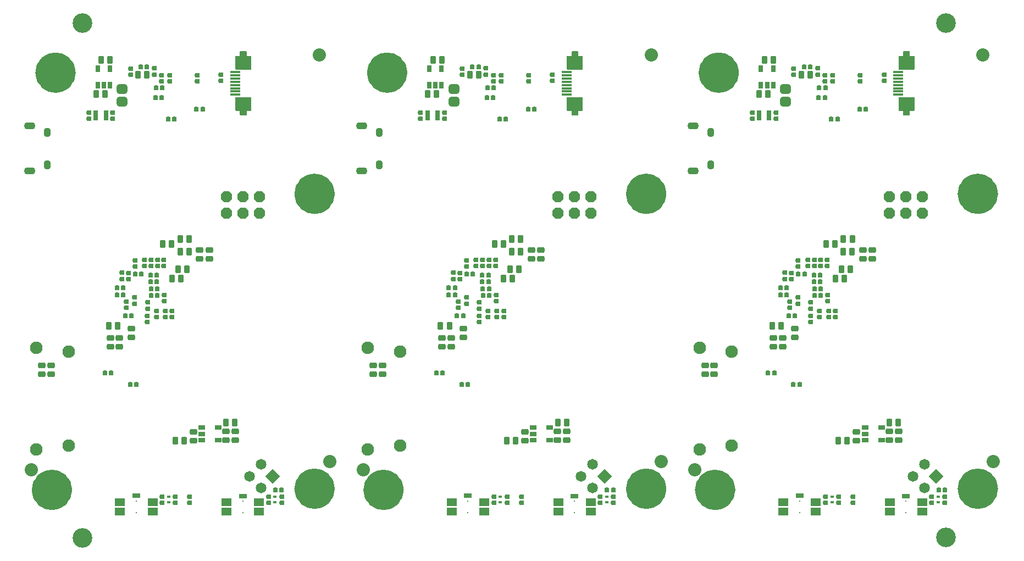
<source format=gbs>
G04 Layer_Color=16711935*
%FSLAX24Y24*%
%MOIN*%
G70*
G01*
G75*
%ADD136C,0.1220*%
G04:AMPARAMS|DCode=139|XSize=118.7mil|YSize=118.7mil|CornerRadius=59.4mil|HoleSize=0mil|Usage=FLASHONLY|Rotation=90.000|XOffset=0mil|YOffset=0mil|HoleType=Round|Shape=RoundedRectangle|*
%AMROUNDEDRECTD139*
21,1,0.1187,0.0000,0,0,90.0*
21,1,0.0000,0.1187,0,0,90.0*
1,1,0.1187,0.0000,0.0000*
1,1,0.1187,0.0000,0.0000*
1,1,0.1187,0.0000,0.0000*
1,1,0.1187,0.0000,0.0000*
%
%ADD139ROUNDEDRECTD139*%
G04:AMPARAMS|DCode=140|XSize=28mil|YSize=30mil|CornerRadius=7.4mil|HoleSize=0mil|Usage=FLASHONLY|Rotation=0.000|XOffset=0mil|YOffset=0mil|HoleType=Round|Shape=RoundedRectangle|*
%AMROUNDEDRECTD140*
21,1,0.0280,0.0152,0,0,0.0*
21,1,0.0132,0.0300,0,0,0.0*
1,1,0.0148,0.0066,-0.0076*
1,1,0.0148,-0.0066,-0.0076*
1,1,0.0148,-0.0066,0.0076*
1,1,0.0148,0.0066,0.0076*
%
%ADD140ROUNDEDRECTD140*%
G04:AMPARAMS|DCode=141|XSize=28mil|YSize=30mil|CornerRadius=7.4mil|HoleSize=0mil|Usage=FLASHONLY|Rotation=90.000|XOffset=0mil|YOffset=0mil|HoleType=Round|Shape=RoundedRectangle|*
%AMROUNDEDRECTD141*
21,1,0.0280,0.0152,0,0,90.0*
21,1,0.0132,0.0300,0,0,90.0*
1,1,0.0148,0.0076,0.0066*
1,1,0.0148,0.0076,-0.0066*
1,1,0.0148,-0.0076,-0.0066*
1,1,0.0148,-0.0076,0.0066*
%
%ADD141ROUNDEDRECTD141*%
G04:AMPARAMS|DCode=144|XSize=35.1mil|YSize=45.4mil|CornerRadius=8.8mil|HoleSize=0mil|Usage=FLASHONLY|Rotation=270.000|XOffset=0mil|YOffset=0mil|HoleType=Round|Shape=RoundedRectangle|*
%AMROUNDEDRECTD144*
21,1,0.0351,0.0277,0,0,270.0*
21,1,0.0175,0.0454,0,0,270.0*
1,1,0.0177,-0.0139,-0.0087*
1,1,0.0177,-0.0139,0.0087*
1,1,0.0177,0.0139,0.0087*
1,1,0.0177,0.0139,-0.0087*
%
%ADD144ROUNDEDRECTD144*%
G04:AMPARAMS|DCode=145|XSize=58mil|YSize=66mil|CornerRadius=16mil|HoleSize=0mil|Usage=FLASHONLY|Rotation=270.000|XOffset=0mil|YOffset=0mil|HoleType=Round|Shape=RoundedRectangle|*
%AMROUNDEDRECTD145*
21,1,0.0580,0.0340,0,0,270.0*
21,1,0.0260,0.0660,0,0,270.0*
1,1,0.0320,-0.0170,-0.0130*
1,1,0.0320,-0.0170,0.0130*
1,1,0.0320,0.0170,0.0130*
1,1,0.0320,0.0170,-0.0130*
%
%ADD145ROUNDEDRECTD145*%
G04:AMPARAMS|DCode=165|XSize=35.1mil|YSize=45.4mil|CornerRadius=8.8mil|HoleSize=0mil|Usage=FLASHONLY|Rotation=180.000|XOffset=0mil|YOffset=0mil|HoleType=Round|Shape=RoundedRectangle|*
%AMROUNDEDRECTD165*
21,1,0.0351,0.0277,0,0,180.0*
21,1,0.0175,0.0454,0,0,180.0*
1,1,0.0177,-0.0087,0.0139*
1,1,0.0177,0.0087,0.0139*
1,1,0.0177,0.0087,-0.0139*
1,1,0.0177,-0.0087,-0.0139*
%
%ADD165ROUNDEDRECTD165*%
G04:AMPARAMS|DCode=171|XSize=80mil|YSize=80mil|CornerRadius=40mil|HoleSize=0mil|Usage=FLASHONLY|Rotation=90.000|XOffset=0mil|YOffset=0mil|HoleType=Round|Shape=RoundedRectangle|*
%AMROUNDEDRECTD171*
21,1,0.0800,0.0000,0,0,90.0*
21,1,0.0000,0.0800,0,0,90.0*
1,1,0.0800,0.0000,0.0000*
1,1,0.0800,0.0000,0.0000*
1,1,0.0800,0.0000,0.0000*
1,1,0.0800,0.0000,0.0000*
%
%ADD171ROUNDEDRECTD171*%
%ADD172R,0.0060X0.0060*%
%ADD173P,0.0736X8X202.5*%
G04:AMPARAMS|DCode=174|XSize=67mil|YSize=41mil|CornerRadius=17mil|HoleSize=0mil|Usage=FLASHONLY|Rotation=0.000|XOffset=0mil|YOffset=0mil|HoleType=Round|Shape=RoundedRectangle|*
%AMROUNDEDRECTD174*
21,1,0.0670,0.0070,0,0,0.0*
21,1,0.0330,0.0410,0,0,0.0*
1,1,0.0340,0.0165,-0.0035*
1,1,0.0340,-0.0165,-0.0035*
1,1,0.0340,-0.0165,0.0035*
1,1,0.0340,0.0165,0.0035*
%
%ADD174ROUNDEDRECTD174*%
G04:AMPARAMS|DCode=175|XSize=55.2mil|YSize=42.6mil|CornerRadius=17.6mil|HoleSize=0mil|Usage=FLASHONLY|Rotation=270.000|XOffset=0mil|YOffset=0mil|HoleType=Round|Shape=RoundedRectangle|*
%AMROUNDEDRECTD175*
21,1,0.0552,0.0073,0,0,270.0*
21,1,0.0199,0.0426,0,0,270.0*
1,1,0.0353,-0.0037,-0.0100*
1,1,0.0353,-0.0037,0.0100*
1,1,0.0353,0.0037,0.0100*
1,1,0.0353,0.0037,-0.0100*
%
%ADD175ROUNDEDRECTD175*%
%ADD176C,0.0760*%
%ADD177P,0.0920X4X180.0*%
%ADD178C,0.0651*%
%ADD179R,0.0316X0.0198*%
%ADD180R,0.0217X0.0178*%
%ADD181R,0.0493X0.0257*%
%ADD182R,0.0611X0.0473*%
%ADD183R,0.0395X0.0296*%
%ADD184R,0.0296X0.0395*%
%ADD185R,0.0611X0.0178*%
G36*
X53951Y30801D02*
X53956Y30800D01*
X53960Y30798D01*
X53964Y30796D01*
X53968Y30793D01*
X53971Y30789D01*
X53973Y30785D01*
X53975Y30781D01*
X53976Y30776D01*
X53976Y30772D01*
Y30526D01*
X54222D01*
X54227Y30526D01*
X54231Y30525D01*
X54235Y30523D01*
X54240Y30520D01*
X54243Y30517D01*
X54246Y30514D01*
X54249Y30510D01*
X54250Y30505D01*
X54252Y30501D01*
X54252Y30496D01*
Y29728D01*
X54252Y29724D01*
X54250Y29719D01*
X54249Y29715D01*
X54246Y29711D01*
X54243Y29707D01*
X54240Y29704D01*
X54235Y29702D01*
X54231Y29700D01*
X54227Y29699D01*
X54222Y29698D01*
X53316D01*
X53312Y29699D01*
X53307Y29700D01*
X53303Y29702D01*
X53299Y29704D01*
X53295Y29707D01*
X53292Y29711D01*
X53289Y29715D01*
X53288Y29719D01*
X53287Y29724D01*
X53286Y29728D01*
Y30496D01*
X53287Y30501D01*
X53288Y30505D01*
X53289Y30510D01*
X53292Y30514D01*
X53295Y30517D01*
X53299Y30520D01*
X53303Y30523D01*
X53307Y30525D01*
X53312Y30526D01*
X53316Y30526D01*
X53562D01*
Y30772D01*
X53562Y30776D01*
X53563Y30781D01*
X53565Y30785D01*
X53568Y30789D01*
X53571Y30793D01*
X53574Y30796D01*
X53578Y30798D01*
X53583Y30800D01*
X53587Y30801D01*
X53592Y30802D01*
X53946D01*
X53951Y30801D01*
D02*
G37*
G36*
X33840D02*
X33844Y30800D01*
X33849Y30798D01*
X33853Y30796D01*
X33856Y30793D01*
X33859Y30789D01*
X33862Y30785D01*
X33864Y30781D01*
X33865Y30776D01*
X33865Y30772D01*
Y30526D01*
X34110D01*
X34115Y30526D01*
X34120Y30525D01*
X34124Y30523D01*
X34128Y30520D01*
X34132Y30517D01*
X34135Y30514D01*
X34137Y30510D01*
X34139Y30505D01*
X34140Y30501D01*
X34141Y30496D01*
Y29728D01*
X34140Y29724D01*
X34139Y29719D01*
X34137Y29715D01*
X34135Y29711D01*
X34132Y29707D01*
X34128Y29704D01*
X34124Y29702D01*
X34120Y29700D01*
X34115Y29699D01*
X34110Y29698D01*
X33205D01*
X33200Y29699D01*
X33196Y29700D01*
X33191Y29702D01*
X33187Y29704D01*
X33184Y29707D01*
X33181Y29711D01*
X33178Y29715D01*
X33176Y29719D01*
X33175Y29724D01*
X33175Y29728D01*
Y30496D01*
X33175Y30501D01*
X33176Y30505D01*
X33178Y30510D01*
X33181Y30514D01*
X33184Y30517D01*
X33187Y30520D01*
X33191Y30523D01*
X33196Y30525D01*
X33200Y30526D01*
X33205Y30526D01*
X33450D01*
Y30772D01*
X33451Y30776D01*
X33452Y30781D01*
X33454Y30785D01*
X33456Y30789D01*
X33459Y30793D01*
X33463Y30796D01*
X33467Y30798D01*
X33471Y30800D01*
X33476Y30801D01*
X33481Y30802D01*
X33835D01*
X33840Y30801D01*
D02*
G37*
G36*
X13728D02*
X13733Y30800D01*
X13737Y30798D01*
X13741Y30796D01*
X13745Y30793D01*
X13748Y30789D01*
X13750Y30785D01*
X13752Y30781D01*
X13753Y30776D01*
X13754Y30772D01*
Y30526D01*
X13999D01*
X14004Y30526D01*
X14008Y30525D01*
X14013Y30523D01*
X14017Y30520D01*
X14020Y30517D01*
X14023Y30514D01*
X14026Y30510D01*
X14028Y30505D01*
X14029Y30501D01*
X14029Y30496D01*
Y29728D01*
X14029Y29724D01*
X14028Y29719D01*
X14026Y29715D01*
X14023Y29711D01*
X14020Y29707D01*
X14017Y29704D01*
X14013Y29702D01*
X14008Y29700D01*
X14004Y29699D01*
X13999Y29698D01*
X13094D01*
X13089Y29699D01*
X13084Y29700D01*
X13080Y29702D01*
X13076Y29704D01*
X13072Y29707D01*
X13069Y29711D01*
X13067Y29715D01*
X13065Y29719D01*
X13064Y29724D01*
X13064Y29728D01*
Y30496D01*
X13064Y30501D01*
X13065Y30505D01*
X13067Y30510D01*
X13069Y30514D01*
X13072Y30517D01*
X13076Y30520D01*
X13080Y30523D01*
X13084Y30525D01*
X13089Y30526D01*
X13094Y30526D01*
X13339D01*
Y30772D01*
X13339Y30776D01*
X13341Y30781D01*
X13342Y30785D01*
X13345Y30789D01*
X13348Y30793D01*
X13352Y30796D01*
X13356Y30798D01*
X13360Y30800D01*
X13364Y30801D01*
X13369Y30802D01*
X13724D01*
X13728Y30801D01*
D02*
G37*
G36*
X54227Y28026D02*
X54231Y28025D01*
X54235Y28023D01*
X54240Y28020D01*
X54243Y28017D01*
X54246Y28014D01*
X54249Y28010D01*
X54250Y28005D01*
X54252Y28001D01*
X54252Y27996D01*
Y27228D01*
X54252Y27224D01*
X54250Y27219D01*
X54249Y27215D01*
X54246Y27211D01*
X54243Y27207D01*
X54240Y27204D01*
X54235Y27202D01*
X54231Y27200D01*
X54227Y27199D01*
X54222Y27198D01*
X53976D01*
Y26953D01*
X53976Y26948D01*
X53975Y26943D01*
X53973Y26939D01*
X53971Y26935D01*
X53968Y26931D01*
X53964Y26928D01*
X53960Y26926D01*
X53956Y26924D01*
X53951Y26923D01*
X53946Y26923D01*
X53592D01*
X53587Y26923D01*
X53583Y26924D01*
X53578Y26926D01*
X53574Y26928D01*
X53571Y26931D01*
X53568Y26935D01*
X53565Y26939D01*
X53563Y26943D01*
X53562Y26948D01*
X53562Y26953D01*
Y27198D01*
X53316D01*
X53312Y27199D01*
X53307Y27200D01*
X53303Y27202D01*
X53299Y27204D01*
X53295Y27207D01*
X53292Y27211D01*
X53289Y27215D01*
X53288Y27219D01*
X53287Y27224D01*
X53286Y27228D01*
Y27996D01*
X53287Y28001D01*
X53288Y28005D01*
X53289Y28010D01*
X53292Y28014D01*
X53295Y28017D01*
X53299Y28020D01*
X53303Y28023D01*
X53307Y28025D01*
X53312Y28026D01*
X53316Y28026D01*
X54222D01*
X54227Y28026D01*
D02*
G37*
G36*
X34115D02*
X34120Y28025D01*
X34124Y28023D01*
X34128Y28020D01*
X34132Y28017D01*
X34135Y28014D01*
X34137Y28010D01*
X34139Y28005D01*
X34140Y28001D01*
X34141Y27996D01*
Y27228D01*
X34140Y27224D01*
X34139Y27219D01*
X34137Y27215D01*
X34135Y27211D01*
X34132Y27207D01*
X34128Y27204D01*
X34124Y27202D01*
X34120Y27200D01*
X34115Y27199D01*
X34110Y27198D01*
X33865D01*
Y26953D01*
X33865Y26948D01*
X33864Y26943D01*
X33862Y26939D01*
X33859Y26935D01*
X33856Y26931D01*
X33853Y26928D01*
X33849Y26926D01*
X33844Y26924D01*
X33840Y26923D01*
X33835Y26923D01*
X33481D01*
X33476Y26923D01*
X33471Y26924D01*
X33467Y26926D01*
X33463Y26928D01*
X33459Y26931D01*
X33456Y26935D01*
X33454Y26939D01*
X33452Y26943D01*
X33451Y26948D01*
X33450Y26953D01*
Y27198D01*
X33205D01*
X33200Y27199D01*
X33196Y27200D01*
X33191Y27202D01*
X33187Y27204D01*
X33184Y27207D01*
X33181Y27211D01*
X33178Y27215D01*
X33176Y27219D01*
X33175Y27224D01*
X33175Y27228D01*
Y27996D01*
X33175Y28001D01*
X33176Y28005D01*
X33178Y28010D01*
X33181Y28014D01*
X33184Y28017D01*
X33187Y28020D01*
X33191Y28023D01*
X33196Y28025D01*
X33200Y28026D01*
X33205Y28026D01*
X34110D01*
X34115Y28026D01*
D02*
G37*
G36*
X14004D02*
X14008Y28025D01*
X14013Y28023D01*
X14017Y28020D01*
X14020Y28017D01*
X14023Y28014D01*
X14026Y28010D01*
X14028Y28005D01*
X14029Y28001D01*
X14029Y27996D01*
Y27228D01*
X14029Y27224D01*
X14028Y27219D01*
X14026Y27215D01*
X14023Y27211D01*
X14020Y27207D01*
X14017Y27204D01*
X14013Y27202D01*
X14008Y27200D01*
X14004Y27199D01*
X13999Y27198D01*
X13754D01*
Y26953D01*
X13753Y26948D01*
X13752Y26943D01*
X13750Y26939D01*
X13748Y26935D01*
X13745Y26931D01*
X13741Y26928D01*
X13737Y26926D01*
X13733Y26924D01*
X13728Y26923D01*
X13724Y26923D01*
X13369D01*
X13364Y26923D01*
X13360Y26924D01*
X13356Y26926D01*
X13352Y26928D01*
X13348Y26931D01*
X13345Y26935D01*
X13342Y26939D01*
X13341Y26943D01*
X13339Y26948D01*
X13339Y26953D01*
Y27198D01*
X13094D01*
X13089Y27199D01*
X13084Y27200D01*
X13080Y27202D01*
X13076Y27204D01*
X13072Y27207D01*
X13069Y27211D01*
X13067Y27215D01*
X13065Y27219D01*
X13064Y27224D01*
X13064Y27228D01*
Y27996D01*
X13064Y28001D01*
X13065Y28005D01*
X13067Y28010D01*
X13069Y28014D01*
X13072Y28017D01*
X13076Y28020D01*
X13080Y28023D01*
X13084Y28025D01*
X13089Y28026D01*
X13094Y28026D01*
X13999D01*
X14004Y28026D01*
D02*
G37*
D136*
X18481Y4269D02*
G03*
X18481Y4269I-610J0D01*
G01*
Y22159D02*
G03*
X18481Y22159I-610J0D01*
G01*
X2770Y29509D02*
G03*
X2770Y29509I-610J0D01*
G01*
X2550Y4199D02*
G03*
X2550Y4199I-610J0D01*
G01*
X38593Y4269D02*
G03*
X38593Y4269I-610J0D01*
G01*
Y22159D02*
G03*
X38593Y22159I-610J0D01*
G01*
X22882Y29509D02*
G03*
X22882Y29509I-610J0D01*
G01*
X22662Y4199D02*
G03*
X22662Y4199I-610J0D01*
G01*
X58704Y4269D02*
G03*
X58704Y4269I-610J0D01*
G01*
Y22159D02*
G03*
X58704Y22159I-610J0D01*
G01*
X42993Y29509D02*
G03*
X42993Y29509I-610J0D01*
G01*
X42773Y4199D02*
G03*
X42773Y4199I-610J0D01*
G01*
D139*
X3789Y1289D02*
D03*
X56151Y1319D02*
D03*
Y32519D02*
D03*
X3789D02*
D03*
D140*
X8254Y28599D02*
D03*
X8631D02*
D03*
X7708Y29839D02*
D03*
X7331D02*
D03*
X10701Y27287D02*
D03*
X11078D02*
D03*
X9361Y26689D02*
D03*
X8984D02*
D03*
X8591Y27977D02*
D03*
X8214D02*
D03*
X6987Y17289D02*
D03*
X7364D02*
D03*
X6767Y14739D02*
D03*
X6390D02*
D03*
X8342Y16377D02*
D03*
X7965D02*
D03*
X7967Y15969D02*
D03*
X8344D02*
D03*
X8307Y16829D02*
D03*
X7930D02*
D03*
X7927Y17209D02*
D03*
X8304D02*
D03*
X5897Y16029D02*
D03*
X6274D02*
D03*
X6277Y16439D02*
D03*
X5900D02*
D03*
X5150Y11299D02*
D03*
X5527D02*
D03*
X6683Y10599D02*
D03*
X7060D02*
D03*
X15490Y4169D02*
D03*
X15867D02*
D03*
X28365Y28599D02*
D03*
X28742D02*
D03*
X27819Y29839D02*
D03*
X27442D02*
D03*
X30812Y27287D02*
D03*
X31189D02*
D03*
X29472Y26689D02*
D03*
X29095D02*
D03*
X28702Y27977D02*
D03*
X28325D02*
D03*
X27098Y17289D02*
D03*
X27475D02*
D03*
X26878Y14739D02*
D03*
X26501D02*
D03*
X28454Y16377D02*
D03*
X28077D02*
D03*
X28078Y15969D02*
D03*
X28455D02*
D03*
X28418Y16829D02*
D03*
X28041D02*
D03*
X28038Y17209D02*
D03*
X28415D02*
D03*
X26008Y16029D02*
D03*
X26385D02*
D03*
X26388Y16439D02*
D03*
X26011D02*
D03*
X25261Y11299D02*
D03*
X25638D02*
D03*
X26794Y10599D02*
D03*
X27171D02*
D03*
X35601Y4169D02*
D03*
X35978D02*
D03*
X48477Y28599D02*
D03*
X48854D02*
D03*
X47931Y29839D02*
D03*
X47554D02*
D03*
X50924Y27287D02*
D03*
X51301D02*
D03*
X49584Y26689D02*
D03*
X49207D02*
D03*
X48814Y27977D02*
D03*
X48437D02*
D03*
X47209Y17289D02*
D03*
X47586D02*
D03*
X46989Y14739D02*
D03*
X46612D02*
D03*
X48565Y16377D02*
D03*
X48188D02*
D03*
X48189Y15969D02*
D03*
X48566D02*
D03*
X48529Y16829D02*
D03*
X48152D02*
D03*
X48149Y17209D02*
D03*
X48526D02*
D03*
X46119Y16029D02*
D03*
X46496D02*
D03*
X46499Y16439D02*
D03*
X46122D02*
D03*
X45373Y11299D02*
D03*
X45750D02*
D03*
X46906Y10599D02*
D03*
X47283D02*
D03*
X55713Y4169D02*
D03*
X56090D02*
D03*
D141*
X5641Y27085D02*
D03*
Y26706D02*
D03*
X7738Y14756D02*
D03*
Y14379D02*
D03*
X8636Y3799D02*
D03*
Y3420D02*
D03*
X15083Y3784D02*
D03*
Y3405D02*
D03*
X12191Y29019D02*
D03*
Y29398D02*
D03*
X9434Y3799D02*
D03*
Y3420D02*
D03*
X15880Y3784D02*
D03*
Y3405D02*
D03*
X8160Y29770D02*
D03*
Y29393D02*
D03*
X8601Y28987D02*
D03*
Y29364D02*
D03*
X9081Y28987D02*
D03*
Y29364D02*
D03*
X10751Y28987D02*
D03*
Y29364D02*
D03*
X6721Y29749D02*
D03*
Y29372D02*
D03*
X6977Y15869D02*
D03*
Y15492D02*
D03*
X6987Y18129D02*
D03*
Y17752D02*
D03*
X7957Y17769D02*
D03*
Y18146D02*
D03*
X7557Y18149D02*
D03*
Y17772D02*
D03*
X6477Y15249D02*
D03*
Y15626D02*
D03*
X8287Y15049D02*
D03*
Y14672D02*
D03*
X8827Y15049D02*
D03*
Y14672D02*
D03*
X6187Y17369D02*
D03*
Y16992D02*
D03*
X7747Y15199D02*
D03*
Y15576D02*
D03*
X6587Y16989D02*
D03*
Y17366D02*
D03*
X8347Y17769D02*
D03*
Y18146D02*
D03*
X8737Y18149D02*
D03*
Y17772D02*
D03*
X8777Y16018D02*
D03*
Y15639D02*
D03*
X4191Y27085D02*
D03*
Y26706D02*
D03*
X9237Y14669D02*
D03*
Y15046D02*
D03*
X10310Y3419D02*
D03*
Y3796D02*
D03*
X25752Y27085D02*
D03*
Y26706D02*
D03*
X27849Y14756D02*
D03*
Y14379D02*
D03*
X28748Y3799D02*
D03*
Y3420D02*
D03*
X35194Y3784D02*
D03*
Y3405D02*
D03*
X32302Y29019D02*
D03*
Y29398D02*
D03*
X29545Y3799D02*
D03*
Y3420D02*
D03*
X35992Y3784D02*
D03*
Y3405D02*
D03*
X28271Y29770D02*
D03*
Y29393D02*
D03*
X28712Y28987D02*
D03*
Y29364D02*
D03*
X29192Y28987D02*
D03*
Y29364D02*
D03*
X30862Y28987D02*
D03*
Y29364D02*
D03*
X26832Y29749D02*
D03*
Y29372D02*
D03*
X27088Y15869D02*
D03*
Y15492D02*
D03*
X27098Y18129D02*
D03*
Y17752D02*
D03*
X28068Y17769D02*
D03*
Y18146D02*
D03*
X27668Y18149D02*
D03*
Y17772D02*
D03*
X26588Y15249D02*
D03*
Y15626D02*
D03*
X28398Y15049D02*
D03*
Y14672D02*
D03*
X28938Y15049D02*
D03*
Y14672D02*
D03*
X26298Y17369D02*
D03*
Y16992D02*
D03*
X27858Y15199D02*
D03*
Y15576D02*
D03*
X26698Y16989D02*
D03*
Y17366D02*
D03*
X28458Y17769D02*
D03*
Y18146D02*
D03*
X28848Y18149D02*
D03*
Y17772D02*
D03*
X28888Y16018D02*
D03*
Y15639D02*
D03*
X24302Y27085D02*
D03*
Y26706D02*
D03*
X29348Y14669D02*
D03*
Y15046D02*
D03*
X30421Y3419D02*
D03*
Y3796D02*
D03*
X45864Y27085D02*
D03*
Y26706D02*
D03*
X47960Y14756D02*
D03*
Y14379D02*
D03*
X48859Y3799D02*
D03*
Y3420D02*
D03*
X55306Y3784D02*
D03*
Y3405D02*
D03*
X52414Y29019D02*
D03*
Y29398D02*
D03*
X49656Y3799D02*
D03*
Y3420D02*
D03*
X56103Y3784D02*
D03*
Y3405D02*
D03*
X48383Y29770D02*
D03*
Y29393D02*
D03*
X48824Y28987D02*
D03*
Y29364D02*
D03*
X49304Y28987D02*
D03*
Y29364D02*
D03*
X50974Y28987D02*
D03*
Y29364D02*
D03*
X46944Y29749D02*
D03*
Y29372D02*
D03*
X47199Y15869D02*
D03*
Y15492D02*
D03*
X47209Y18129D02*
D03*
Y17752D02*
D03*
X48179Y17769D02*
D03*
Y18146D02*
D03*
X47779Y18149D02*
D03*
Y17772D02*
D03*
X46699Y15249D02*
D03*
Y15626D02*
D03*
X48509Y15049D02*
D03*
Y14672D02*
D03*
X49049Y15049D02*
D03*
Y14672D02*
D03*
X46409Y17369D02*
D03*
Y16992D02*
D03*
X47969Y15199D02*
D03*
Y15576D02*
D03*
X46809Y16989D02*
D03*
Y17366D02*
D03*
X48569Y17769D02*
D03*
Y18146D02*
D03*
X48959Y18149D02*
D03*
Y17772D02*
D03*
X48999Y16018D02*
D03*
Y15639D02*
D03*
X44414Y27085D02*
D03*
Y26706D02*
D03*
X49459Y14669D02*
D03*
Y15046D02*
D03*
X50533Y3419D02*
D03*
Y3796D02*
D03*
D144*
X1333Y11757D02*
D03*
Y11222D02*
D03*
X1883Y11757D02*
D03*
Y11222D02*
D03*
X10513Y7708D02*
D03*
Y7173D02*
D03*
X12497Y7222D02*
D03*
Y7758D02*
D03*
X10906Y18763D02*
D03*
Y18228D02*
D03*
X6772Y13443D02*
D03*
Y13978D02*
D03*
X13060Y7222D02*
D03*
Y7757D02*
D03*
X5480Y12879D02*
D03*
Y13415D02*
D03*
X11478Y18228D02*
D03*
Y18763D02*
D03*
X6040Y13415D02*
D03*
Y12879D02*
D03*
X21444Y11757D02*
D03*
Y11222D02*
D03*
X21994Y11757D02*
D03*
Y11222D02*
D03*
X30625Y7708D02*
D03*
Y7173D02*
D03*
X32608Y7222D02*
D03*
Y7758D02*
D03*
X31017Y18763D02*
D03*
Y18228D02*
D03*
X26883Y13443D02*
D03*
Y13978D02*
D03*
X33171Y7222D02*
D03*
Y7757D02*
D03*
X25591Y12879D02*
D03*
Y13415D02*
D03*
X31589Y18228D02*
D03*
Y18763D02*
D03*
X26151Y13415D02*
D03*
Y12879D02*
D03*
X41555Y11757D02*
D03*
Y11222D02*
D03*
X42105Y11757D02*
D03*
Y11222D02*
D03*
X50736Y7708D02*
D03*
Y7173D02*
D03*
X52720Y7222D02*
D03*
Y7758D02*
D03*
X51128Y18763D02*
D03*
Y18228D02*
D03*
X46994Y13443D02*
D03*
Y13978D02*
D03*
X53283Y7222D02*
D03*
Y7757D02*
D03*
X45703Y12879D02*
D03*
Y13415D02*
D03*
X51700Y18228D02*
D03*
Y18763D02*
D03*
X46262Y13415D02*
D03*
Y12879D02*
D03*
D145*
X6201Y28513D02*
D03*
Y27759D02*
D03*
X26312Y28513D02*
D03*
Y27759D02*
D03*
X46424Y28513D02*
D03*
Y27759D02*
D03*
D165*
X5149Y28223D02*
D03*
X4613D02*
D03*
X5470Y30276D02*
D03*
X4935D02*
D03*
X7709Y29369D02*
D03*
X7173D02*
D03*
X13038Y8269D02*
D03*
X12502D02*
D03*
X5399Y14138D02*
D03*
X5935D02*
D03*
X9224Y17005D02*
D03*
X9760D02*
D03*
X9714Y18649D02*
D03*
X10250D02*
D03*
X9204Y19119D02*
D03*
X8669D02*
D03*
X9949Y7169D02*
D03*
X9413D02*
D03*
X10140Y17577D02*
D03*
X9604D02*
D03*
X9720Y19409D02*
D03*
X10256D02*
D03*
X25260Y28223D02*
D03*
X24725D02*
D03*
X25581Y30276D02*
D03*
X25046D02*
D03*
X27820Y29369D02*
D03*
X27285D02*
D03*
X33149Y8269D02*
D03*
X32614D02*
D03*
X25510Y14138D02*
D03*
X26046D02*
D03*
X29336Y17005D02*
D03*
X29871D02*
D03*
X29826Y18649D02*
D03*
X30361D02*
D03*
X29316Y19119D02*
D03*
X28780D02*
D03*
X30060Y7169D02*
D03*
X29525D02*
D03*
X30251Y17577D02*
D03*
X29716D02*
D03*
X29831Y19409D02*
D03*
X30367D02*
D03*
X45372Y28223D02*
D03*
X44836D02*
D03*
X45693Y30276D02*
D03*
X45157D02*
D03*
X47932Y29369D02*
D03*
X47396D02*
D03*
X53260Y8269D02*
D03*
X52725D02*
D03*
X45622Y14138D02*
D03*
X46157D02*
D03*
X49447Y17005D02*
D03*
X49983D02*
D03*
X49937Y18649D02*
D03*
X50473D02*
D03*
X49427Y19119D02*
D03*
X48892D02*
D03*
X50172Y7169D02*
D03*
X49636D02*
D03*
X50363Y17577D02*
D03*
X49827D02*
D03*
X49943Y19409D02*
D03*
X50478D02*
D03*
D171*
X18171Y30599D02*
D03*
X18791Y5909D02*
D03*
X710Y5419D02*
D03*
X38282Y30599D02*
D03*
X38902Y5909D02*
D03*
X20821Y5419D02*
D03*
X58394Y30599D02*
D03*
X59014Y5909D02*
D03*
X40933Y5419D02*
D03*
D172*
X7061Y2813D02*
D03*
Y3522D02*
D03*
X13521Y3512D02*
D03*
Y2803D02*
D03*
X27172Y2813D02*
D03*
Y3522D02*
D03*
X33632Y3512D02*
D03*
Y2803D02*
D03*
X47284Y2813D02*
D03*
Y3522D02*
D03*
X53744Y3512D02*
D03*
Y2803D02*
D03*
D173*
X14521Y21979D02*
D03*
Y20979D02*
D03*
X13521Y21979D02*
D03*
Y20979D02*
D03*
X12521Y21979D02*
D03*
Y20979D02*
D03*
X34632Y21979D02*
D03*
Y20979D02*
D03*
X33632Y21979D02*
D03*
Y20979D02*
D03*
X32632Y21979D02*
D03*
Y20979D02*
D03*
X54744Y21979D02*
D03*
Y20979D02*
D03*
X53744Y21979D02*
D03*
Y20979D02*
D03*
X52744Y21979D02*
D03*
Y20979D02*
D03*
D174*
X610Y23539D02*
D03*
Y26295D02*
D03*
X20721Y23539D02*
D03*
Y26295D02*
D03*
X40833Y23539D02*
D03*
Y26295D02*
D03*
D175*
X1673Y25901D02*
D03*
Y23933D02*
D03*
X21784Y25901D02*
D03*
Y23933D02*
D03*
X41896Y25901D02*
D03*
Y23933D02*
D03*
D176*
X1000Y6649D02*
D03*
Y12830D02*
D03*
X2949Y6885D02*
D03*
Y12594D02*
D03*
X21111Y6649D02*
D03*
Y12830D02*
D03*
X23060Y6885D02*
D03*
Y12594D02*
D03*
X41223Y6649D02*
D03*
Y12830D02*
D03*
X43172Y6885D02*
D03*
Y12594D02*
D03*
D177*
X15340Y5029D02*
D03*
X35451D02*
D03*
X55563D02*
D03*
D178*
X14633Y4322D02*
D03*
Y5736D02*
D03*
X13926Y5029D02*
D03*
X34744Y4322D02*
D03*
Y5736D02*
D03*
X34037Y5029D02*
D03*
X54856Y4322D02*
D03*
Y5736D02*
D03*
X54148Y5029D02*
D03*
D179*
X5216Y27106D02*
D03*
Y26909D02*
D03*
Y26713D02*
D03*
X4606D02*
D03*
Y26909D02*
D03*
Y27106D02*
D03*
X25328D02*
D03*
Y26909D02*
D03*
Y26713D02*
D03*
X24717D02*
D03*
Y26909D02*
D03*
Y27106D02*
D03*
X45439D02*
D03*
Y26909D02*
D03*
Y26713D02*
D03*
X44829D02*
D03*
Y26909D02*
D03*
Y27106D02*
D03*
D180*
X15477Y3792D02*
D03*
Y3438D02*
D03*
X9030Y3797D02*
D03*
Y3442D02*
D03*
X35588Y3792D02*
D03*
Y3438D02*
D03*
X29141Y3797D02*
D03*
Y3442D02*
D03*
X55700Y3792D02*
D03*
Y3438D02*
D03*
X49253Y3797D02*
D03*
Y3442D02*
D03*
D181*
X7061Y3837D02*
D03*
X13521Y3827D02*
D03*
X27172Y3837D02*
D03*
X33632Y3827D02*
D03*
X47284Y3837D02*
D03*
X53744Y3827D02*
D03*
D182*
X6077Y2882D02*
D03*
X8045D02*
D03*
X6077Y3453D02*
D03*
X8045D02*
D03*
X14505Y3443D02*
D03*
X12537D02*
D03*
X14505Y2872D02*
D03*
X12537D02*
D03*
X26188Y2882D02*
D03*
X28157D02*
D03*
X26188Y3453D02*
D03*
X28157D02*
D03*
X34617Y3443D02*
D03*
X32648D02*
D03*
X34617Y2872D02*
D03*
X32648D02*
D03*
X46300Y2882D02*
D03*
X48268D02*
D03*
X46300Y3453D02*
D03*
X48268D02*
D03*
X54728Y3443D02*
D03*
X52760D02*
D03*
X54728Y2872D02*
D03*
X52760D02*
D03*
D183*
X11028Y7225D02*
D03*
Y7599D02*
D03*
Y7973D02*
D03*
X12032D02*
D03*
Y7225D02*
D03*
X31139D02*
D03*
Y7599D02*
D03*
Y7973D02*
D03*
X32143D02*
D03*
Y7225D02*
D03*
X51251D02*
D03*
Y7599D02*
D03*
Y7973D02*
D03*
X52255D02*
D03*
Y7225D02*
D03*
D184*
X5465Y28761D02*
D03*
X5091D02*
D03*
X4717D02*
D03*
Y29764D02*
D03*
X5465D02*
D03*
X25576Y28761D02*
D03*
X25202D02*
D03*
X24828D02*
D03*
Y29764D02*
D03*
X25576D02*
D03*
X45688Y28761D02*
D03*
X45314D02*
D03*
X44940D02*
D03*
Y29764D02*
D03*
X45688D02*
D03*
D185*
X13054Y29551D02*
D03*
Y29354D02*
D03*
Y29157D02*
D03*
Y28961D02*
D03*
Y28764D02*
D03*
Y28567D02*
D03*
Y28370D02*
D03*
Y28173D02*
D03*
X33166Y29551D02*
D03*
Y29354D02*
D03*
Y29157D02*
D03*
Y28961D02*
D03*
Y28764D02*
D03*
Y28567D02*
D03*
Y28370D02*
D03*
Y28173D02*
D03*
X53277Y29551D02*
D03*
Y29354D02*
D03*
Y29157D02*
D03*
Y28961D02*
D03*
Y28764D02*
D03*
Y28567D02*
D03*
Y28370D02*
D03*
Y28173D02*
D03*
M02*

</source>
